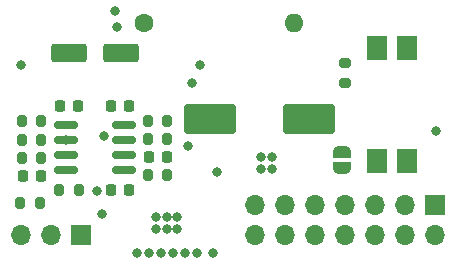
<source format=gbr>
%TF.GenerationSoftware,KiCad,Pcbnew,(6.0.9)*%
%TF.CreationDate,2022-11-10T15:00:12+05:30*%
%TF.ProjectId,Gate Driver TLP152,47617465-2044-4726-9976-657220544c50,rev?*%
%TF.SameCoordinates,Original*%
%TF.FileFunction,Soldermask,Bot*%
%TF.FilePolarity,Negative*%
%FSLAX46Y46*%
G04 Gerber Fmt 4.6, Leading zero omitted, Abs format (unit mm)*
G04 Created by KiCad (PCBNEW (6.0.9)) date 2022-11-10 15:00:12*
%MOMM*%
%LPD*%
G01*
G04 APERTURE LIST*
G04 Aperture macros list*
%AMRoundRect*
0 Rectangle with rounded corners*
0 $1 Rounding radius*
0 $2 $3 $4 $5 $6 $7 $8 $9 X,Y pos of 4 corners*
0 Add a 4 corners polygon primitive as box body*
4,1,4,$2,$3,$4,$5,$6,$7,$8,$9,$2,$3,0*
0 Add four circle primitives for the rounded corners*
1,1,$1+$1,$2,$3*
1,1,$1+$1,$4,$5*
1,1,$1+$1,$6,$7*
1,1,$1+$1,$8,$9*
0 Add four rect primitives between the rounded corners*
20,1,$1+$1,$2,$3,$4,$5,0*
20,1,$1+$1,$4,$5,$6,$7,0*
20,1,$1+$1,$6,$7,$8,$9,0*
20,1,$1+$1,$8,$9,$2,$3,0*%
%AMFreePoly0*
4,1,22,0.500000,-0.750000,0.000000,-0.750000,0.000000,-0.745033,-0.079941,-0.743568,-0.215256,-0.701293,-0.333266,-0.622738,-0.424486,-0.514219,-0.481581,-0.384460,-0.499164,-0.250000,-0.500000,-0.250000,-0.500000,0.250000,-0.499164,0.250000,-0.499963,0.256109,-0.478152,0.396186,-0.417904,0.524511,-0.324060,0.630769,-0.204165,0.706417,-0.067858,0.745374,0.000000,0.744959,0.000000,0.750000,
0.500000,0.750000,0.500000,-0.750000,0.500000,-0.750000,$1*%
%AMFreePoly1*
4,1,20,0.000000,0.744959,0.073905,0.744508,0.209726,0.703889,0.328688,0.626782,0.421226,0.519385,0.479903,0.390333,0.500000,0.250000,0.500000,-0.250000,0.499851,-0.262216,0.476331,-0.402017,0.414519,-0.529596,0.319384,-0.634700,0.198574,-0.708877,0.061801,-0.746166,0.000000,-0.745033,0.000000,-0.750000,-0.500000,-0.750000,-0.500000,0.750000,0.000000,0.750000,0.000000,0.744959,
0.000000,0.744959,$1*%
G04 Aperture macros list end*
%ADD10C,1.600000*%
%ADD11O,1.600000X1.600000*%
%ADD12R,1.700000X1.700000*%
%ADD13O,1.700000X1.700000*%
%ADD14RoundRect,0.225000X-0.225000X-0.250000X0.225000X-0.250000X0.225000X0.250000X-0.225000X0.250000X0*%
%ADD15RoundRect,0.200000X0.200000X0.275000X-0.200000X0.275000X-0.200000X-0.275000X0.200000X-0.275000X0*%
%ADD16RoundRect,0.225000X0.225000X0.250000X-0.225000X0.250000X-0.225000X-0.250000X0.225000X-0.250000X0*%
%ADD17FreePoly0,270.000000*%
%ADD18FreePoly1,270.000000*%
%ADD19R,1.780000X2.000000*%
%ADD20RoundRect,0.250000X-1.950000X-1.000000X1.950000X-1.000000X1.950000X1.000000X-1.950000X1.000000X0*%
%ADD21RoundRect,0.150000X0.825000X0.150000X-0.825000X0.150000X-0.825000X-0.150000X0.825000X-0.150000X0*%
%ADD22RoundRect,0.200000X-0.200000X-0.275000X0.200000X-0.275000X0.200000X0.275000X-0.200000X0.275000X0*%
%ADD23RoundRect,0.200000X0.275000X-0.200000X0.275000X0.200000X-0.275000X0.200000X-0.275000X-0.200000X0*%
%ADD24RoundRect,0.250000X1.250000X0.550000X-1.250000X0.550000X-1.250000X-0.550000X1.250000X-0.550000X0*%
%ADD25C,0.800000*%
G04 APERTURE END LIST*
D10*
%TO.C,R7*%
X12954000Y-2413000D03*
D11*
X25654000Y-2413000D03*
%TD*%
D12*
%TO.C,J1*%
X37605000Y-17805000D03*
D13*
X37605000Y-20345000D03*
X35065000Y-17805000D03*
X35065000Y-20345000D03*
X32525000Y-17805000D03*
X32525000Y-20345000D03*
X29985000Y-17805000D03*
X29985000Y-20345000D03*
X27445000Y-17805000D03*
X27445000Y-20345000D03*
X24905000Y-17805000D03*
X24905000Y-20345000D03*
X22365000Y-17805000D03*
X22365000Y-20345000D03*
%TD*%
D12*
%TO.C,J2*%
X7592000Y-20320000D03*
D13*
X5052000Y-20320000D03*
X2512000Y-20320000D03*
%TD*%
D14*
%TO.C,C5*%
X10147000Y-9398000D03*
X11697000Y-9398000D03*
%TD*%
D15*
%TO.C,R15*%
X7429000Y-16510000D03*
X5779000Y-16510000D03*
%TD*%
%TO.C,R17*%
X4254000Y-13843000D03*
X2604000Y-13843000D03*
%TD*%
D16*
%TO.C,C7*%
X4204000Y-15367000D03*
X2654000Y-15367000D03*
%TD*%
D17*
%TO.C,JP2*%
X29718000Y-13320000D03*
D18*
X29718000Y-14620000D03*
%TD*%
D19*
%TO.C,U2*%
X32639000Y-4506000D03*
X35179000Y-4506000D03*
X35179000Y-14036000D03*
X32639000Y-14036000D03*
%TD*%
D16*
%TO.C,C2*%
X7379000Y-9398000D03*
X5829000Y-9398000D03*
%TD*%
D14*
%TO.C,C4*%
X13322000Y-13716000D03*
X14872000Y-13716000D03*
%TD*%
D20*
%TO.C,C3*%
X18533000Y-10541000D03*
X26933000Y-10541000D03*
%TD*%
D21*
%TO.C,U1*%
X11238000Y-11049000D03*
X11238000Y-12319000D03*
X11238000Y-13589000D03*
X11238000Y-14859000D03*
X6288000Y-14859000D03*
X6288000Y-13589000D03*
X6288000Y-12319000D03*
X6288000Y-11049000D03*
%TD*%
D22*
%TO.C,R18*%
X2604000Y-10668000D03*
X4254000Y-10668000D03*
%TD*%
%TO.C,R10*%
X13272000Y-12192000D03*
X14922000Y-12192000D03*
%TD*%
%TO.C,R8*%
X13272000Y-10668000D03*
X14922000Y-10668000D03*
%TD*%
D15*
%TO.C,R12*%
X4127000Y-17653000D03*
X2477000Y-17653000D03*
%TD*%
D23*
%TO.C,R20*%
X29972000Y-7429000D03*
X29972000Y-5779000D03*
%TD*%
D24*
%TO.C,C1*%
X10963000Y-4953000D03*
X6563000Y-4953000D03*
%TD*%
D15*
%TO.C,R9*%
X14922000Y-15240000D03*
X13272000Y-15240000D03*
%TD*%
%TO.C,R16*%
X4254000Y-12319000D03*
X2604000Y-12319000D03*
%TD*%
D14*
%TO.C,C6*%
X10147000Y-16510000D03*
X11697000Y-16510000D03*
%TD*%
D25*
X10922000Y-4953000D03*
X2540000Y-5969000D03*
X22860000Y-13716000D03*
X23749000Y-13716000D03*
X18796000Y-21844000D03*
X22860000Y-14732000D03*
X23749000Y-14732000D03*
X19100800Y-14986000D03*
X7366000Y-9398000D03*
X8927500Y-16637000D03*
X9512302Y-11971500D03*
X37681500Y-11557000D03*
X10515600Y-1371600D03*
X10617200Y-2692400D03*
X16637000Y-12827000D03*
X17018000Y-7493000D03*
X4254000Y-10668000D03*
X9398000Y-18542000D03*
X6288002Y-12319000D03*
X15748000Y-18796000D03*
X14859000Y-19812000D03*
X17399000Y-21844000D03*
X17685318Y-5968101D03*
X14351000Y-21844000D03*
X15367000Y-21844000D03*
X13970000Y-19812000D03*
X13335000Y-21844000D03*
X15748000Y-19812000D03*
X16383000Y-21844000D03*
X13970000Y-18796000D03*
X14859000Y-18796000D03*
X12319000Y-21844000D03*
M02*

</source>
